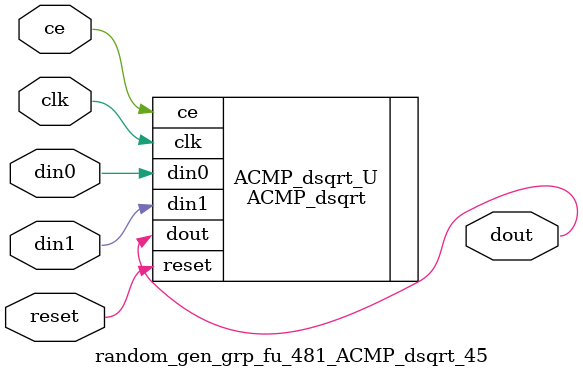
<source format=v>

`timescale 1 ns / 1 ps
module random_gen_grp_fu_481_ACMP_dsqrt_45(
    clk,
    reset,
    ce,
    din0,
    din1,
    dout);

parameter ID = 32'd1;
parameter NUM_STAGE = 32'd1;
parameter din0_WIDTH = 32'd1;
parameter din1_WIDTH = 32'd1;
parameter dout_WIDTH = 32'd1;
input clk;
input reset;
input ce;
input[din0_WIDTH - 1:0] din0;
input[din1_WIDTH - 1:0] din1;
output[dout_WIDTH - 1:0] dout;



ACMP_dsqrt #(
.ID( ID ),
.NUM_STAGE( 30 ),
.din0_WIDTH( din0_WIDTH ),
.din1_WIDTH( din1_WIDTH ),
.dout_WIDTH( dout_WIDTH ))
ACMP_dsqrt_U(
    .clk( clk ),
    .reset( reset ),
    .ce( ce ),
    .din0( din0 ),
    .din1( din1 ),
    .dout( dout ));

endmodule

</source>
